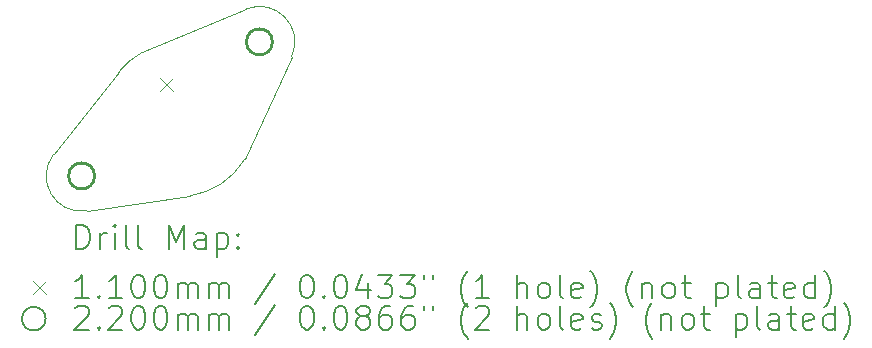
<source format=gbr>
%TF.GenerationSoftware,KiCad,Pcbnew,7.0.5*%
%TF.CreationDate,2023-06-18T14:48:01+02:00*%
%TF.ProjectId,LH_RKJXM1015004_FacePlateTilted,4c485f52-4b4a-4584-9d31-303135303034,rev?*%
%TF.SameCoordinates,Original*%
%TF.FileFunction,Drillmap*%
%TF.FilePolarity,Positive*%
%FSLAX45Y45*%
G04 Gerber Fmt 4.5, Leading zero omitted, Abs format (unit mm)*
G04 Created by KiCad (PCBNEW 7.0.5) date 2023-06-18 14:48:01*
%MOMM*%
%LPD*%
G01*
G04 APERTURE LIST*
%ADD10C,0.100000*%
%ADD11C,0.200000*%
%ADD12C,0.110000*%
%ADD13C,0.220000*%
G04 APERTURE END LIST*
D10*
X5294813Y-6342900D02*
G75*
G03*
X5756987Y-6035007I-94753J643060D01*
G01*
X5767662Y-4762669D02*
X4889923Y-5128602D01*
X4142173Y-5988571D02*
G75*
G03*
X4421070Y-6471635I235167J-186269D01*
G01*
X6155834Y-5164534D02*
G75*
G03*
X5767662Y-4762669I-272735J124964D01*
G01*
X4889923Y-5128600D02*
G75*
G03*
X4690535Y-5296256I310147J-571240D01*
G01*
X6155836Y-5164535D02*
X5756987Y-6035007D01*
X4142172Y-5988570D02*
X4690535Y-5296256D01*
X4421070Y-6471635D02*
X5294813Y-6342897D01*
D11*
D12*
X5045000Y-5345000D02*
X5155000Y-5455000D01*
X5155000Y-5345000D02*
X5045000Y-5455000D01*
D13*
X4487276Y-6175000D02*
G75*
G03*
X4487276Y-6175000I-110000J0D01*
G01*
X5993100Y-5039570D02*
G75*
G03*
X5993100Y-5039570I-110000J0D01*
G01*
D11*
X4333117Y-6791323D02*
X4333117Y-6591323D01*
X4333117Y-6591323D02*
X4380736Y-6591323D01*
X4380736Y-6591323D02*
X4409308Y-6600847D01*
X4409308Y-6600847D02*
X4428355Y-6619895D01*
X4428355Y-6619895D02*
X4437879Y-6638942D01*
X4437879Y-6638942D02*
X4447403Y-6677037D01*
X4447403Y-6677037D02*
X4447403Y-6705609D01*
X4447403Y-6705609D02*
X4437879Y-6743704D01*
X4437879Y-6743704D02*
X4428355Y-6762752D01*
X4428355Y-6762752D02*
X4409308Y-6781799D01*
X4409308Y-6781799D02*
X4380736Y-6791323D01*
X4380736Y-6791323D02*
X4333117Y-6791323D01*
X4533117Y-6791323D02*
X4533117Y-6657990D01*
X4533117Y-6696085D02*
X4542641Y-6677037D01*
X4542641Y-6677037D02*
X4552165Y-6667514D01*
X4552165Y-6667514D02*
X4571213Y-6657990D01*
X4571213Y-6657990D02*
X4590260Y-6657990D01*
X4656927Y-6791323D02*
X4656927Y-6657990D01*
X4656927Y-6591323D02*
X4647403Y-6600847D01*
X4647403Y-6600847D02*
X4656927Y-6610371D01*
X4656927Y-6610371D02*
X4666451Y-6600847D01*
X4666451Y-6600847D02*
X4656927Y-6591323D01*
X4656927Y-6591323D02*
X4656927Y-6610371D01*
X4780736Y-6791323D02*
X4761689Y-6781799D01*
X4761689Y-6781799D02*
X4752165Y-6762752D01*
X4752165Y-6762752D02*
X4752165Y-6591323D01*
X4885498Y-6791323D02*
X4866451Y-6781799D01*
X4866451Y-6781799D02*
X4856927Y-6762752D01*
X4856927Y-6762752D02*
X4856927Y-6591323D01*
X5114070Y-6791323D02*
X5114070Y-6591323D01*
X5114070Y-6591323D02*
X5180736Y-6734180D01*
X5180736Y-6734180D02*
X5247403Y-6591323D01*
X5247403Y-6591323D02*
X5247403Y-6791323D01*
X5428355Y-6791323D02*
X5428355Y-6686561D01*
X5428355Y-6686561D02*
X5418832Y-6667514D01*
X5418832Y-6667514D02*
X5399784Y-6657990D01*
X5399784Y-6657990D02*
X5361689Y-6657990D01*
X5361689Y-6657990D02*
X5342641Y-6667514D01*
X5428355Y-6781799D02*
X5409308Y-6791323D01*
X5409308Y-6791323D02*
X5361689Y-6791323D01*
X5361689Y-6791323D02*
X5342641Y-6781799D01*
X5342641Y-6781799D02*
X5333117Y-6762752D01*
X5333117Y-6762752D02*
X5333117Y-6743704D01*
X5333117Y-6743704D02*
X5342641Y-6724657D01*
X5342641Y-6724657D02*
X5361689Y-6715133D01*
X5361689Y-6715133D02*
X5409308Y-6715133D01*
X5409308Y-6715133D02*
X5428355Y-6705609D01*
X5523594Y-6657990D02*
X5523594Y-6857990D01*
X5523594Y-6667514D02*
X5542641Y-6657990D01*
X5542641Y-6657990D02*
X5580736Y-6657990D01*
X5580736Y-6657990D02*
X5599784Y-6667514D01*
X5599784Y-6667514D02*
X5609308Y-6677037D01*
X5609308Y-6677037D02*
X5618832Y-6696085D01*
X5618832Y-6696085D02*
X5618832Y-6753228D01*
X5618832Y-6753228D02*
X5609308Y-6772276D01*
X5609308Y-6772276D02*
X5599784Y-6781799D01*
X5599784Y-6781799D02*
X5580736Y-6791323D01*
X5580736Y-6791323D02*
X5542641Y-6791323D01*
X5542641Y-6791323D02*
X5523594Y-6781799D01*
X5704546Y-6772276D02*
X5714070Y-6781799D01*
X5714070Y-6781799D02*
X5704546Y-6791323D01*
X5704546Y-6791323D02*
X5695022Y-6781799D01*
X5695022Y-6781799D02*
X5704546Y-6772276D01*
X5704546Y-6772276D02*
X5704546Y-6791323D01*
X5704546Y-6667514D02*
X5714070Y-6677037D01*
X5714070Y-6677037D02*
X5704546Y-6686561D01*
X5704546Y-6686561D02*
X5695022Y-6677037D01*
X5695022Y-6677037D02*
X5704546Y-6667514D01*
X5704546Y-6667514D02*
X5704546Y-6686561D01*
D12*
X3962340Y-7064839D02*
X4072340Y-7174839D01*
X4072340Y-7064839D02*
X3962340Y-7174839D01*
D11*
X4437879Y-7211323D02*
X4323594Y-7211323D01*
X4380736Y-7211323D02*
X4380736Y-7011323D01*
X4380736Y-7011323D02*
X4361689Y-7039895D01*
X4361689Y-7039895D02*
X4342641Y-7058942D01*
X4342641Y-7058942D02*
X4323594Y-7068466D01*
X4523594Y-7192276D02*
X4533117Y-7201799D01*
X4533117Y-7201799D02*
X4523594Y-7211323D01*
X4523594Y-7211323D02*
X4514070Y-7201799D01*
X4514070Y-7201799D02*
X4523594Y-7192276D01*
X4523594Y-7192276D02*
X4523594Y-7211323D01*
X4723594Y-7211323D02*
X4609308Y-7211323D01*
X4666451Y-7211323D02*
X4666451Y-7011323D01*
X4666451Y-7011323D02*
X4647403Y-7039895D01*
X4647403Y-7039895D02*
X4628355Y-7058942D01*
X4628355Y-7058942D02*
X4609308Y-7068466D01*
X4847403Y-7011323D02*
X4866451Y-7011323D01*
X4866451Y-7011323D02*
X4885498Y-7020847D01*
X4885498Y-7020847D02*
X4895022Y-7030371D01*
X4895022Y-7030371D02*
X4904546Y-7049418D01*
X4904546Y-7049418D02*
X4914070Y-7087514D01*
X4914070Y-7087514D02*
X4914070Y-7135133D01*
X4914070Y-7135133D02*
X4904546Y-7173228D01*
X4904546Y-7173228D02*
X4895022Y-7192276D01*
X4895022Y-7192276D02*
X4885498Y-7201799D01*
X4885498Y-7201799D02*
X4866451Y-7211323D01*
X4866451Y-7211323D02*
X4847403Y-7211323D01*
X4847403Y-7211323D02*
X4828355Y-7201799D01*
X4828355Y-7201799D02*
X4818832Y-7192276D01*
X4818832Y-7192276D02*
X4809308Y-7173228D01*
X4809308Y-7173228D02*
X4799784Y-7135133D01*
X4799784Y-7135133D02*
X4799784Y-7087514D01*
X4799784Y-7087514D02*
X4809308Y-7049418D01*
X4809308Y-7049418D02*
X4818832Y-7030371D01*
X4818832Y-7030371D02*
X4828355Y-7020847D01*
X4828355Y-7020847D02*
X4847403Y-7011323D01*
X5037879Y-7011323D02*
X5056927Y-7011323D01*
X5056927Y-7011323D02*
X5075975Y-7020847D01*
X5075975Y-7020847D02*
X5085498Y-7030371D01*
X5085498Y-7030371D02*
X5095022Y-7049418D01*
X5095022Y-7049418D02*
X5104546Y-7087514D01*
X5104546Y-7087514D02*
X5104546Y-7135133D01*
X5104546Y-7135133D02*
X5095022Y-7173228D01*
X5095022Y-7173228D02*
X5085498Y-7192276D01*
X5085498Y-7192276D02*
X5075975Y-7201799D01*
X5075975Y-7201799D02*
X5056927Y-7211323D01*
X5056927Y-7211323D02*
X5037879Y-7211323D01*
X5037879Y-7211323D02*
X5018832Y-7201799D01*
X5018832Y-7201799D02*
X5009308Y-7192276D01*
X5009308Y-7192276D02*
X4999784Y-7173228D01*
X4999784Y-7173228D02*
X4990260Y-7135133D01*
X4990260Y-7135133D02*
X4990260Y-7087514D01*
X4990260Y-7087514D02*
X4999784Y-7049418D01*
X4999784Y-7049418D02*
X5009308Y-7030371D01*
X5009308Y-7030371D02*
X5018832Y-7020847D01*
X5018832Y-7020847D02*
X5037879Y-7011323D01*
X5190260Y-7211323D02*
X5190260Y-7077990D01*
X5190260Y-7097037D02*
X5199784Y-7087514D01*
X5199784Y-7087514D02*
X5218832Y-7077990D01*
X5218832Y-7077990D02*
X5247403Y-7077990D01*
X5247403Y-7077990D02*
X5266451Y-7087514D01*
X5266451Y-7087514D02*
X5275975Y-7106561D01*
X5275975Y-7106561D02*
X5275975Y-7211323D01*
X5275975Y-7106561D02*
X5285498Y-7087514D01*
X5285498Y-7087514D02*
X5304546Y-7077990D01*
X5304546Y-7077990D02*
X5333117Y-7077990D01*
X5333117Y-7077990D02*
X5352165Y-7087514D01*
X5352165Y-7087514D02*
X5361689Y-7106561D01*
X5361689Y-7106561D02*
X5361689Y-7211323D01*
X5456927Y-7211323D02*
X5456927Y-7077990D01*
X5456927Y-7097037D02*
X5466451Y-7087514D01*
X5466451Y-7087514D02*
X5485498Y-7077990D01*
X5485498Y-7077990D02*
X5514070Y-7077990D01*
X5514070Y-7077990D02*
X5533117Y-7087514D01*
X5533117Y-7087514D02*
X5542641Y-7106561D01*
X5542641Y-7106561D02*
X5542641Y-7211323D01*
X5542641Y-7106561D02*
X5552165Y-7087514D01*
X5552165Y-7087514D02*
X5571213Y-7077990D01*
X5571213Y-7077990D02*
X5599784Y-7077990D01*
X5599784Y-7077990D02*
X5618832Y-7087514D01*
X5618832Y-7087514D02*
X5628355Y-7106561D01*
X5628355Y-7106561D02*
X5628355Y-7211323D01*
X6018832Y-7001799D02*
X5847403Y-7258942D01*
X6275975Y-7011323D02*
X6295022Y-7011323D01*
X6295022Y-7011323D02*
X6314070Y-7020847D01*
X6314070Y-7020847D02*
X6323594Y-7030371D01*
X6323594Y-7030371D02*
X6333117Y-7049418D01*
X6333117Y-7049418D02*
X6342641Y-7087514D01*
X6342641Y-7087514D02*
X6342641Y-7135133D01*
X6342641Y-7135133D02*
X6333117Y-7173228D01*
X6333117Y-7173228D02*
X6323594Y-7192276D01*
X6323594Y-7192276D02*
X6314070Y-7201799D01*
X6314070Y-7201799D02*
X6295022Y-7211323D01*
X6295022Y-7211323D02*
X6275975Y-7211323D01*
X6275975Y-7211323D02*
X6256927Y-7201799D01*
X6256927Y-7201799D02*
X6247403Y-7192276D01*
X6247403Y-7192276D02*
X6237879Y-7173228D01*
X6237879Y-7173228D02*
X6228356Y-7135133D01*
X6228356Y-7135133D02*
X6228356Y-7087514D01*
X6228356Y-7087514D02*
X6237879Y-7049418D01*
X6237879Y-7049418D02*
X6247403Y-7030371D01*
X6247403Y-7030371D02*
X6256927Y-7020847D01*
X6256927Y-7020847D02*
X6275975Y-7011323D01*
X6428356Y-7192276D02*
X6437879Y-7201799D01*
X6437879Y-7201799D02*
X6428356Y-7211323D01*
X6428356Y-7211323D02*
X6418832Y-7201799D01*
X6418832Y-7201799D02*
X6428356Y-7192276D01*
X6428356Y-7192276D02*
X6428356Y-7211323D01*
X6561689Y-7011323D02*
X6580737Y-7011323D01*
X6580737Y-7011323D02*
X6599784Y-7020847D01*
X6599784Y-7020847D02*
X6609308Y-7030371D01*
X6609308Y-7030371D02*
X6618832Y-7049418D01*
X6618832Y-7049418D02*
X6628356Y-7087514D01*
X6628356Y-7087514D02*
X6628356Y-7135133D01*
X6628356Y-7135133D02*
X6618832Y-7173228D01*
X6618832Y-7173228D02*
X6609308Y-7192276D01*
X6609308Y-7192276D02*
X6599784Y-7201799D01*
X6599784Y-7201799D02*
X6580737Y-7211323D01*
X6580737Y-7211323D02*
X6561689Y-7211323D01*
X6561689Y-7211323D02*
X6542641Y-7201799D01*
X6542641Y-7201799D02*
X6533117Y-7192276D01*
X6533117Y-7192276D02*
X6523594Y-7173228D01*
X6523594Y-7173228D02*
X6514070Y-7135133D01*
X6514070Y-7135133D02*
X6514070Y-7087514D01*
X6514070Y-7087514D02*
X6523594Y-7049418D01*
X6523594Y-7049418D02*
X6533117Y-7030371D01*
X6533117Y-7030371D02*
X6542641Y-7020847D01*
X6542641Y-7020847D02*
X6561689Y-7011323D01*
X6799784Y-7077990D02*
X6799784Y-7211323D01*
X6752165Y-7001799D02*
X6704546Y-7144657D01*
X6704546Y-7144657D02*
X6828356Y-7144657D01*
X6885498Y-7011323D02*
X7009308Y-7011323D01*
X7009308Y-7011323D02*
X6942641Y-7087514D01*
X6942641Y-7087514D02*
X6971213Y-7087514D01*
X6971213Y-7087514D02*
X6990260Y-7097037D01*
X6990260Y-7097037D02*
X6999784Y-7106561D01*
X6999784Y-7106561D02*
X7009308Y-7125609D01*
X7009308Y-7125609D02*
X7009308Y-7173228D01*
X7009308Y-7173228D02*
X6999784Y-7192276D01*
X6999784Y-7192276D02*
X6990260Y-7201799D01*
X6990260Y-7201799D02*
X6971213Y-7211323D01*
X6971213Y-7211323D02*
X6914070Y-7211323D01*
X6914070Y-7211323D02*
X6895022Y-7201799D01*
X6895022Y-7201799D02*
X6885498Y-7192276D01*
X7075975Y-7011323D02*
X7199784Y-7011323D01*
X7199784Y-7011323D02*
X7133117Y-7087514D01*
X7133117Y-7087514D02*
X7161689Y-7087514D01*
X7161689Y-7087514D02*
X7180737Y-7097037D01*
X7180737Y-7097037D02*
X7190260Y-7106561D01*
X7190260Y-7106561D02*
X7199784Y-7125609D01*
X7199784Y-7125609D02*
X7199784Y-7173228D01*
X7199784Y-7173228D02*
X7190260Y-7192276D01*
X7190260Y-7192276D02*
X7180737Y-7201799D01*
X7180737Y-7201799D02*
X7161689Y-7211323D01*
X7161689Y-7211323D02*
X7104546Y-7211323D01*
X7104546Y-7211323D02*
X7085498Y-7201799D01*
X7085498Y-7201799D02*
X7075975Y-7192276D01*
X7275975Y-7011323D02*
X7275975Y-7049418D01*
X7352165Y-7011323D02*
X7352165Y-7049418D01*
X7647403Y-7287514D02*
X7637879Y-7277990D01*
X7637879Y-7277990D02*
X7618832Y-7249418D01*
X7618832Y-7249418D02*
X7609308Y-7230371D01*
X7609308Y-7230371D02*
X7599784Y-7201799D01*
X7599784Y-7201799D02*
X7590260Y-7154180D01*
X7590260Y-7154180D02*
X7590260Y-7116085D01*
X7590260Y-7116085D02*
X7599784Y-7068466D01*
X7599784Y-7068466D02*
X7609308Y-7039895D01*
X7609308Y-7039895D02*
X7618832Y-7020847D01*
X7618832Y-7020847D02*
X7637879Y-6992276D01*
X7637879Y-6992276D02*
X7647403Y-6982752D01*
X7828356Y-7211323D02*
X7714070Y-7211323D01*
X7771213Y-7211323D02*
X7771213Y-7011323D01*
X7771213Y-7011323D02*
X7752165Y-7039895D01*
X7752165Y-7039895D02*
X7733118Y-7058942D01*
X7733118Y-7058942D02*
X7714070Y-7068466D01*
X8066451Y-7211323D02*
X8066451Y-7011323D01*
X8152165Y-7211323D02*
X8152165Y-7106561D01*
X8152165Y-7106561D02*
X8142641Y-7087514D01*
X8142641Y-7087514D02*
X8123594Y-7077990D01*
X8123594Y-7077990D02*
X8095022Y-7077990D01*
X8095022Y-7077990D02*
X8075975Y-7087514D01*
X8075975Y-7087514D02*
X8066451Y-7097037D01*
X8275975Y-7211323D02*
X8256927Y-7201799D01*
X8256927Y-7201799D02*
X8247403Y-7192276D01*
X8247403Y-7192276D02*
X8237880Y-7173228D01*
X8237880Y-7173228D02*
X8237880Y-7116085D01*
X8237880Y-7116085D02*
X8247403Y-7097037D01*
X8247403Y-7097037D02*
X8256927Y-7087514D01*
X8256927Y-7087514D02*
X8275975Y-7077990D01*
X8275975Y-7077990D02*
X8304546Y-7077990D01*
X8304546Y-7077990D02*
X8323594Y-7087514D01*
X8323594Y-7087514D02*
X8333118Y-7097037D01*
X8333118Y-7097037D02*
X8342641Y-7116085D01*
X8342641Y-7116085D02*
X8342641Y-7173228D01*
X8342641Y-7173228D02*
X8333118Y-7192276D01*
X8333118Y-7192276D02*
X8323594Y-7201799D01*
X8323594Y-7201799D02*
X8304546Y-7211323D01*
X8304546Y-7211323D02*
X8275975Y-7211323D01*
X8456927Y-7211323D02*
X8437880Y-7201799D01*
X8437880Y-7201799D02*
X8428356Y-7182752D01*
X8428356Y-7182752D02*
X8428356Y-7011323D01*
X8609308Y-7201799D02*
X8590261Y-7211323D01*
X8590261Y-7211323D02*
X8552165Y-7211323D01*
X8552165Y-7211323D02*
X8533118Y-7201799D01*
X8533118Y-7201799D02*
X8523594Y-7182752D01*
X8523594Y-7182752D02*
X8523594Y-7106561D01*
X8523594Y-7106561D02*
X8533118Y-7087514D01*
X8533118Y-7087514D02*
X8552165Y-7077990D01*
X8552165Y-7077990D02*
X8590261Y-7077990D01*
X8590261Y-7077990D02*
X8609308Y-7087514D01*
X8609308Y-7087514D02*
X8618832Y-7106561D01*
X8618832Y-7106561D02*
X8618832Y-7125609D01*
X8618832Y-7125609D02*
X8523594Y-7144657D01*
X8685499Y-7287514D02*
X8695023Y-7277990D01*
X8695023Y-7277990D02*
X8714070Y-7249418D01*
X8714070Y-7249418D02*
X8723594Y-7230371D01*
X8723594Y-7230371D02*
X8733118Y-7201799D01*
X8733118Y-7201799D02*
X8742642Y-7154180D01*
X8742642Y-7154180D02*
X8742642Y-7116085D01*
X8742642Y-7116085D02*
X8733118Y-7068466D01*
X8733118Y-7068466D02*
X8723594Y-7039895D01*
X8723594Y-7039895D02*
X8714070Y-7020847D01*
X8714070Y-7020847D02*
X8695023Y-6992276D01*
X8695023Y-6992276D02*
X8685499Y-6982752D01*
X9047404Y-7287514D02*
X9037880Y-7277990D01*
X9037880Y-7277990D02*
X9018832Y-7249418D01*
X9018832Y-7249418D02*
X9009308Y-7230371D01*
X9009308Y-7230371D02*
X8999784Y-7201799D01*
X8999784Y-7201799D02*
X8990261Y-7154180D01*
X8990261Y-7154180D02*
X8990261Y-7116085D01*
X8990261Y-7116085D02*
X8999784Y-7068466D01*
X8999784Y-7068466D02*
X9009308Y-7039895D01*
X9009308Y-7039895D02*
X9018832Y-7020847D01*
X9018832Y-7020847D02*
X9037880Y-6992276D01*
X9037880Y-6992276D02*
X9047404Y-6982752D01*
X9123594Y-7077990D02*
X9123594Y-7211323D01*
X9123594Y-7097037D02*
X9133118Y-7087514D01*
X9133118Y-7087514D02*
X9152165Y-7077990D01*
X9152165Y-7077990D02*
X9180737Y-7077990D01*
X9180737Y-7077990D02*
X9199784Y-7087514D01*
X9199784Y-7087514D02*
X9209308Y-7106561D01*
X9209308Y-7106561D02*
X9209308Y-7211323D01*
X9333118Y-7211323D02*
X9314070Y-7201799D01*
X9314070Y-7201799D02*
X9304546Y-7192276D01*
X9304546Y-7192276D02*
X9295023Y-7173228D01*
X9295023Y-7173228D02*
X9295023Y-7116085D01*
X9295023Y-7116085D02*
X9304546Y-7097037D01*
X9304546Y-7097037D02*
X9314070Y-7087514D01*
X9314070Y-7087514D02*
X9333118Y-7077990D01*
X9333118Y-7077990D02*
X9361689Y-7077990D01*
X9361689Y-7077990D02*
X9380737Y-7087514D01*
X9380737Y-7087514D02*
X9390261Y-7097037D01*
X9390261Y-7097037D02*
X9399784Y-7116085D01*
X9399784Y-7116085D02*
X9399784Y-7173228D01*
X9399784Y-7173228D02*
X9390261Y-7192276D01*
X9390261Y-7192276D02*
X9380737Y-7201799D01*
X9380737Y-7201799D02*
X9361689Y-7211323D01*
X9361689Y-7211323D02*
X9333118Y-7211323D01*
X9456927Y-7077990D02*
X9533118Y-7077990D01*
X9485499Y-7011323D02*
X9485499Y-7182752D01*
X9485499Y-7182752D02*
X9495023Y-7201799D01*
X9495023Y-7201799D02*
X9514070Y-7211323D01*
X9514070Y-7211323D02*
X9533118Y-7211323D01*
X9752165Y-7077990D02*
X9752165Y-7277990D01*
X9752165Y-7087514D02*
X9771213Y-7077990D01*
X9771213Y-7077990D02*
X9809308Y-7077990D01*
X9809308Y-7077990D02*
X9828356Y-7087514D01*
X9828356Y-7087514D02*
X9837880Y-7097037D01*
X9837880Y-7097037D02*
X9847404Y-7116085D01*
X9847404Y-7116085D02*
X9847404Y-7173228D01*
X9847404Y-7173228D02*
X9837880Y-7192276D01*
X9837880Y-7192276D02*
X9828356Y-7201799D01*
X9828356Y-7201799D02*
X9809308Y-7211323D01*
X9809308Y-7211323D02*
X9771213Y-7211323D01*
X9771213Y-7211323D02*
X9752165Y-7201799D01*
X9961689Y-7211323D02*
X9942642Y-7201799D01*
X9942642Y-7201799D02*
X9933118Y-7182752D01*
X9933118Y-7182752D02*
X9933118Y-7011323D01*
X10123594Y-7211323D02*
X10123594Y-7106561D01*
X10123594Y-7106561D02*
X10114070Y-7087514D01*
X10114070Y-7087514D02*
X10095023Y-7077990D01*
X10095023Y-7077990D02*
X10056927Y-7077990D01*
X10056927Y-7077990D02*
X10037880Y-7087514D01*
X10123594Y-7201799D02*
X10104546Y-7211323D01*
X10104546Y-7211323D02*
X10056927Y-7211323D01*
X10056927Y-7211323D02*
X10037880Y-7201799D01*
X10037880Y-7201799D02*
X10028356Y-7182752D01*
X10028356Y-7182752D02*
X10028356Y-7163704D01*
X10028356Y-7163704D02*
X10037880Y-7144657D01*
X10037880Y-7144657D02*
X10056927Y-7135133D01*
X10056927Y-7135133D02*
X10104546Y-7135133D01*
X10104546Y-7135133D02*
X10123594Y-7125609D01*
X10190261Y-7077990D02*
X10266451Y-7077990D01*
X10218832Y-7011323D02*
X10218832Y-7182752D01*
X10218832Y-7182752D02*
X10228356Y-7201799D01*
X10228356Y-7201799D02*
X10247404Y-7211323D01*
X10247404Y-7211323D02*
X10266451Y-7211323D01*
X10409308Y-7201799D02*
X10390261Y-7211323D01*
X10390261Y-7211323D02*
X10352165Y-7211323D01*
X10352165Y-7211323D02*
X10333118Y-7201799D01*
X10333118Y-7201799D02*
X10323594Y-7182752D01*
X10323594Y-7182752D02*
X10323594Y-7106561D01*
X10323594Y-7106561D02*
X10333118Y-7087514D01*
X10333118Y-7087514D02*
X10352165Y-7077990D01*
X10352165Y-7077990D02*
X10390261Y-7077990D01*
X10390261Y-7077990D02*
X10409308Y-7087514D01*
X10409308Y-7087514D02*
X10418832Y-7106561D01*
X10418832Y-7106561D02*
X10418832Y-7125609D01*
X10418832Y-7125609D02*
X10323594Y-7144657D01*
X10590261Y-7211323D02*
X10590261Y-7011323D01*
X10590261Y-7201799D02*
X10571213Y-7211323D01*
X10571213Y-7211323D02*
X10533118Y-7211323D01*
X10533118Y-7211323D02*
X10514070Y-7201799D01*
X10514070Y-7201799D02*
X10504546Y-7192276D01*
X10504546Y-7192276D02*
X10495023Y-7173228D01*
X10495023Y-7173228D02*
X10495023Y-7116085D01*
X10495023Y-7116085D02*
X10504546Y-7097037D01*
X10504546Y-7097037D02*
X10514070Y-7087514D01*
X10514070Y-7087514D02*
X10533118Y-7077990D01*
X10533118Y-7077990D02*
X10571213Y-7077990D01*
X10571213Y-7077990D02*
X10590261Y-7087514D01*
X10666451Y-7287514D02*
X10675975Y-7277990D01*
X10675975Y-7277990D02*
X10695023Y-7249418D01*
X10695023Y-7249418D02*
X10704546Y-7230371D01*
X10704546Y-7230371D02*
X10714070Y-7201799D01*
X10714070Y-7201799D02*
X10723594Y-7154180D01*
X10723594Y-7154180D02*
X10723594Y-7116085D01*
X10723594Y-7116085D02*
X10714070Y-7068466D01*
X10714070Y-7068466D02*
X10704546Y-7039895D01*
X10704546Y-7039895D02*
X10695023Y-7020847D01*
X10695023Y-7020847D02*
X10675975Y-6992276D01*
X10675975Y-6992276D02*
X10666451Y-6982752D01*
X4072340Y-7383839D02*
G75*
G03*
X4072340Y-7383839I-100000J0D01*
G01*
X4323594Y-7294371D02*
X4333117Y-7284847D01*
X4333117Y-7284847D02*
X4352165Y-7275323D01*
X4352165Y-7275323D02*
X4399784Y-7275323D01*
X4399784Y-7275323D02*
X4418832Y-7284847D01*
X4418832Y-7284847D02*
X4428355Y-7294371D01*
X4428355Y-7294371D02*
X4437879Y-7313418D01*
X4437879Y-7313418D02*
X4437879Y-7332466D01*
X4437879Y-7332466D02*
X4428355Y-7361037D01*
X4428355Y-7361037D02*
X4314070Y-7475323D01*
X4314070Y-7475323D02*
X4437879Y-7475323D01*
X4523594Y-7456276D02*
X4533117Y-7465799D01*
X4533117Y-7465799D02*
X4523594Y-7475323D01*
X4523594Y-7475323D02*
X4514070Y-7465799D01*
X4514070Y-7465799D02*
X4523594Y-7456276D01*
X4523594Y-7456276D02*
X4523594Y-7475323D01*
X4609308Y-7294371D02*
X4618832Y-7284847D01*
X4618832Y-7284847D02*
X4637879Y-7275323D01*
X4637879Y-7275323D02*
X4685498Y-7275323D01*
X4685498Y-7275323D02*
X4704546Y-7284847D01*
X4704546Y-7284847D02*
X4714070Y-7294371D01*
X4714070Y-7294371D02*
X4723594Y-7313418D01*
X4723594Y-7313418D02*
X4723594Y-7332466D01*
X4723594Y-7332466D02*
X4714070Y-7361037D01*
X4714070Y-7361037D02*
X4599784Y-7475323D01*
X4599784Y-7475323D02*
X4723594Y-7475323D01*
X4847403Y-7275323D02*
X4866451Y-7275323D01*
X4866451Y-7275323D02*
X4885498Y-7284847D01*
X4885498Y-7284847D02*
X4895022Y-7294371D01*
X4895022Y-7294371D02*
X4904546Y-7313418D01*
X4904546Y-7313418D02*
X4914070Y-7351514D01*
X4914070Y-7351514D02*
X4914070Y-7399133D01*
X4914070Y-7399133D02*
X4904546Y-7437228D01*
X4904546Y-7437228D02*
X4895022Y-7456276D01*
X4895022Y-7456276D02*
X4885498Y-7465799D01*
X4885498Y-7465799D02*
X4866451Y-7475323D01*
X4866451Y-7475323D02*
X4847403Y-7475323D01*
X4847403Y-7475323D02*
X4828355Y-7465799D01*
X4828355Y-7465799D02*
X4818832Y-7456276D01*
X4818832Y-7456276D02*
X4809308Y-7437228D01*
X4809308Y-7437228D02*
X4799784Y-7399133D01*
X4799784Y-7399133D02*
X4799784Y-7351514D01*
X4799784Y-7351514D02*
X4809308Y-7313418D01*
X4809308Y-7313418D02*
X4818832Y-7294371D01*
X4818832Y-7294371D02*
X4828355Y-7284847D01*
X4828355Y-7284847D02*
X4847403Y-7275323D01*
X5037879Y-7275323D02*
X5056927Y-7275323D01*
X5056927Y-7275323D02*
X5075975Y-7284847D01*
X5075975Y-7284847D02*
X5085498Y-7294371D01*
X5085498Y-7294371D02*
X5095022Y-7313418D01*
X5095022Y-7313418D02*
X5104546Y-7351514D01*
X5104546Y-7351514D02*
X5104546Y-7399133D01*
X5104546Y-7399133D02*
X5095022Y-7437228D01*
X5095022Y-7437228D02*
X5085498Y-7456276D01*
X5085498Y-7456276D02*
X5075975Y-7465799D01*
X5075975Y-7465799D02*
X5056927Y-7475323D01*
X5056927Y-7475323D02*
X5037879Y-7475323D01*
X5037879Y-7475323D02*
X5018832Y-7465799D01*
X5018832Y-7465799D02*
X5009308Y-7456276D01*
X5009308Y-7456276D02*
X4999784Y-7437228D01*
X4999784Y-7437228D02*
X4990260Y-7399133D01*
X4990260Y-7399133D02*
X4990260Y-7351514D01*
X4990260Y-7351514D02*
X4999784Y-7313418D01*
X4999784Y-7313418D02*
X5009308Y-7294371D01*
X5009308Y-7294371D02*
X5018832Y-7284847D01*
X5018832Y-7284847D02*
X5037879Y-7275323D01*
X5190260Y-7475323D02*
X5190260Y-7341990D01*
X5190260Y-7361037D02*
X5199784Y-7351514D01*
X5199784Y-7351514D02*
X5218832Y-7341990D01*
X5218832Y-7341990D02*
X5247403Y-7341990D01*
X5247403Y-7341990D02*
X5266451Y-7351514D01*
X5266451Y-7351514D02*
X5275975Y-7370561D01*
X5275975Y-7370561D02*
X5275975Y-7475323D01*
X5275975Y-7370561D02*
X5285498Y-7351514D01*
X5285498Y-7351514D02*
X5304546Y-7341990D01*
X5304546Y-7341990D02*
X5333117Y-7341990D01*
X5333117Y-7341990D02*
X5352165Y-7351514D01*
X5352165Y-7351514D02*
X5361689Y-7370561D01*
X5361689Y-7370561D02*
X5361689Y-7475323D01*
X5456927Y-7475323D02*
X5456927Y-7341990D01*
X5456927Y-7361037D02*
X5466451Y-7351514D01*
X5466451Y-7351514D02*
X5485498Y-7341990D01*
X5485498Y-7341990D02*
X5514070Y-7341990D01*
X5514070Y-7341990D02*
X5533117Y-7351514D01*
X5533117Y-7351514D02*
X5542641Y-7370561D01*
X5542641Y-7370561D02*
X5542641Y-7475323D01*
X5542641Y-7370561D02*
X5552165Y-7351514D01*
X5552165Y-7351514D02*
X5571213Y-7341990D01*
X5571213Y-7341990D02*
X5599784Y-7341990D01*
X5599784Y-7341990D02*
X5618832Y-7351514D01*
X5618832Y-7351514D02*
X5628355Y-7370561D01*
X5628355Y-7370561D02*
X5628355Y-7475323D01*
X6018832Y-7265799D02*
X5847403Y-7522942D01*
X6275975Y-7275323D02*
X6295022Y-7275323D01*
X6295022Y-7275323D02*
X6314070Y-7284847D01*
X6314070Y-7284847D02*
X6323594Y-7294371D01*
X6323594Y-7294371D02*
X6333117Y-7313418D01*
X6333117Y-7313418D02*
X6342641Y-7351514D01*
X6342641Y-7351514D02*
X6342641Y-7399133D01*
X6342641Y-7399133D02*
X6333117Y-7437228D01*
X6333117Y-7437228D02*
X6323594Y-7456276D01*
X6323594Y-7456276D02*
X6314070Y-7465799D01*
X6314070Y-7465799D02*
X6295022Y-7475323D01*
X6295022Y-7475323D02*
X6275975Y-7475323D01*
X6275975Y-7475323D02*
X6256927Y-7465799D01*
X6256927Y-7465799D02*
X6247403Y-7456276D01*
X6247403Y-7456276D02*
X6237879Y-7437228D01*
X6237879Y-7437228D02*
X6228356Y-7399133D01*
X6228356Y-7399133D02*
X6228356Y-7351514D01*
X6228356Y-7351514D02*
X6237879Y-7313418D01*
X6237879Y-7313418D02*
X6247403Y-7294371D01*
X6247403Y-7294371D02*
X6256927Y-7284847D01*
X6256927Y-7284847D02*
X6275975Y-7275323D01*
X6428356Y-7456276D02*
X6437879Y-7465799D01*
X6437879Y-7465799D02*
X6428356Y-7475323D01*
X6428356Y-7475323D02*
X6418832Y-7465799D01*
X6418832Y-7465799D02*
X6428356Y-7456276D01*
X6428356Y-7456276D02*
X6428356Y-7475323D01*
X6561689Y-7275323D02*
X6580737Y-7275323D01*
X6580737Y-7275323D02*
X6599784Y-7284847D01*
X6599784Y-7284847D02*
X6609308Y-7294371D01*
X6609308Y-7294371D02*
X6618832Y-7313418D01*
X6618832Y-7313418D02*
X6628356Y-7351514D01*
X6628356Y-7351514D02*
X6628356Y-7399133D01*
X6628356Y-7399133D02*
X6618832Y-7437228D01*
X6618832Y-7437228D02*
X6609308Y-7456276D01*
X6609308Y-7456276D02*
X6599784Y-7465799D01*
X6599784Y-7465799D02*
X6580737Y-7475323D01*
X6580737Y-7475323D02*
X6561689Y-7475323D01*
X6561689Y-7475323D02*
X6542641Y-7465799D01*
X6542641Y-7465799D02*
X6533117Y-7456276D01*
X6533117Y-7456276D02*
X6523594Y-7437228D01*
X6523594Y-7437228D02*
X6514070Y-7399133D01*
X6514070Y-7399133D02*
X6514070Y-7351514D01*
X6514070Y-7351514D02*
X6523594Y-7313418D01*
X6523594Y-7313418D02*
X6533117Y-7294371D01*
X6533117Y-7294371D02*
X6542641Y-7284847D01*
X6542641Y-7284847D02*
X6561689Y-7275323D01*
X6742641Y-7361037D02*
X6723594Y-7351514D01*
X6723594Y-7351514D02*
X6714070Y-7341990D01*
X6714070Y-7341990D02*
X6704546Y-7322942D01*
X6704546Y-7322942D02*
X6704546Y-7313418D01*
X6704546Y-7313418D02*
X6714070Y-7294371D01*
X6714070Y-7294371D02*
X6723594Y-7284847D01*
X6723594Y-7284847D02*
X6742641Y-7275323D01*
X6742641Y-7275323D02*
X6780737Y-7275323D01*
X6780737Y-7275323D02*
X6799784Y-7284847D01*
X6799784Y-7284847D02*
X6809308Y-7294371D01*
X6809308Y-7294371D02*
X6818832Y-7313418D01*
X6818832Y-7313418D02*
X6818832Y-7322942D01*
X6818832Y-7322942D02*
X6809308Y-7341990D01*
X6809308Y-7341990D02*
X6799784Y-7351514D01*
X6799784Y-7351514D02*
X6780737Y-7361037D01*
X6780737Y-7361037D02*
X6742641Y-7361037D01*
X6742641Y-7361037D02*
X6723594Y-7370561D01*
X6723594Y-7370561D02*
X6714070Y-7380085D01*
X6714070Y-7380085D02*
X6704546Y-7399133D01*
X6704546Y-7399133D02*
X6704546Y-7437228D01*
X6704546Y-7437228D02*
X6714070Y-7456276D01*
X6714070Y-7456276D02*
X6723594Y-7465799D01*
X6723594Y-7465799D02*
X6742641Y-7475323D01*
X6742641Y-7475323D02*
X6780737Y-7475323D01*
X6780737Y-7475323D02*
X6799784Y-7465799D01*
X6799784Y-7465799D02*
X6809308Y-7456276D01*
X6809308Y-7456276D02*
X6818832Y-7437228D01*
X6818832Y-7437228D02*
X6818832Y-7399133D01*
X6818832Y-7399133D02*
X6809308Y-7380085D01*
X6809308Y-7380085D02*
X6799784Y-7370561D01*
X6799784Y-7370561D02*
X6780737Y-7361037D01*
X6990260Y-7275323D02*
X6952165Y-7275323D01*
X6952165Y-7275323D02*
X6933117Y-7284847D01*
X6933117Y-7284847D02*
X6923594Y-7294371D01*
X6923594Y-7294371D02*
X6904546Y-7322942D01*
X6904546Y-7322942D02*
X6895022Y-7361037D01*
X6895022Y-7361037D02*
X6895022Y-7437228D01*
X6895022Y-7437228D02*
X6904546Y-7456276D01*
X6904546Y-7456276D02*
X6914070Y-7465799D01*
X6914070Y-7465799D02*
X6933117Y-7475323D01*
X6933117Y-7475323D02*
X6971213Y-7475323D01*
X6971213Y-7475323D02*
X6990260Y-7465799D01*
X6990260Y-7465799D02*
X6999784Y-7456276D01*
X6999784Y-7456276D02*
X7009308Y-7437228D01*
X7009308Y-7437228D02*
X7009308Y-7389609D01*
X7009308Y-7389609D02*
X6999784Y-7370561D01*
X6999784Y-7370561D02*
X6990260Y-7361037D01*
X6990260Y-7361037D02*
X6971213Y-7351514D01*
X6971213Y-7351514D02*
X6933117Y-7351514D01*
X6933117Y-7351514D02*
X6914070Y-7361037D01*
X6914070Y-7361037D02*
X6904546Y-7370561D01*
X6904546Y-7370561D02*
X6895022Y-7389609D01*
X7180737Y-7275323D02*
X7142641Y-7275323D01*
X7142641Y-7275323D02*
X7123594Y-7284847D01*
X7123594Y-7284847D02*
X7114070Y-7294371D01*
X7114070Y-7294371D02*
X7095022Y-7322942D01*
X7095022Y-7322942D02*
X7085498Y-7361037D01*
X7085498Y-7361037D02*
X7085498Y-7437228D01*
X7085498Y-7437228D02*
X7095022Y-7456276D01*
X7095022Y-7456276D02*
X7104546Y-7465799D01*
X7104546Y-7465799D02*
X7123594Y-7475323D01*
X7123594Y-7475323D02*
X7161689Y-7475323D01*
X7161689Y-7475323D02*
X7180737Y-7465799D01*
X7180737Y-7465799D02*
X7190260Y-7456276D01*
X7190260Y-7456276D02*
X7199784Y-7437228D01*
X7199784Y-7437228D02*
X7199784Y-7389609D01*
X7199784Y-7389609D02*
X7190260Y-7370561D01*
X7190260Y-7370561D02*
X7180737Y-7361037D01*
X7180737Y-7361037D02*
X7161689Y-7351514D01*
X7161689Y-7351514D02*
X7123594Y-7351514D01*
X7123594Y-7351514D02*
X7104546Y-7361037D01*
X7104546Y-7361037D02*
X7095022Y-7370561D01*
X7095022Y-7370561D02*
X7085498Y-7389609D01*
X7275975Y-7275323D02*
X7275975Y-7313418D01*
X7352165Y-7275323D02*
X7352165Y-7313418D01*
X7647403Y-7551514D02*
X7637879Y-7541990D01*
X7637879Y-7541990D02*
X7618832Y-7513418D01*
X7618832Y-7513418D02*
X7609308Y-7494371D01*
X7609308Y-7494371D02*
X7599784Y-7465799D01*
X7599784Y-7465799D02*
X7590260Y-7418180D01*
X7590260Y-7418180D02*
X7590260Y-7380085D01*
X7590260Y-7380085D02*
X7599784Y-7332466D01*
X7599784Y-7332466D02*
X7609308Y-7303895D01*
X7609308Y-7303895D02*
X7618832Y-7284847D01*
X7618832Y-7284847D02*
X7637879Y-7256276D01*
X7637879Y-7256276D02*
X7647403Y-7246752D01*
X7714070Y-7294371D02*
X7723594Y-7284847D01*
X7723594Y-7284847D02*
X7742641Y-7275323D01*
X7742641Y-7275323D02*
X7790260Y-7275323D01*
X7790260Y-7275323D02*
X7809308Y-7284847D01*
X7809308Y-7284847D02*
X7818832Y-7294371D01*
X7818832Y-7294371D02*
X7828356Y-7313418D01*
X7828356Y-7313418D02*
X7828356Y-7332466D01*
X7828356Y-7332466D02*
X7818832Y-7361037D01*
X7818832Y-7361037D02*
X7704546Y-7475323D01*
X7704546Y-7475323D02*
X7828356Y-7475323D01*
X8066451Y-7475323D02*
X8066451Y-7275323D01*
X8152165Y-7475323D02*
X8152165Y-7370561D01*
X8152165Y-7370561D02*
X8142641Y-7351514D01*
X8142641Y-7351514D02*
X8123594Y-7341990D01*
X8123594Y-7341990D02*
X8095022Y-7341990D01*
X8095022Y-7341990D02*
X8075975Y-7351514D01*
X8075975Y-7351514D02*
X8066451Y-7361037D01*
X8275975Y-7475323D02*
X8256927Y-7465799D01*
X8256927Y-7465799D02*
X8247403Y-7456276D01*
X8247403Y-7456276D02*
X8237880Y-7437228D01*
X8237880Y-7437228D02*
X8237880Y-7380085D01*
X8237880Y-7380085D02*
X8247403Y-7361037D01*
X8247403Y-7361037D02*
X8256927Y-7351514D01*
X8256927Y-7351514D02*
X8275975Y-7341990D01*
X8275975Y-7341990D02*
X8304546Y-7341990D01*
X8304546Y-7341990D02*
X8323594Y-7351514D01*
X8323594Y-7351514D02*
X8333118Y-7361037D01*
X8333118Y-7361037D02*
X8342641Y-7380085D01*
X8342641Y-7380085D02*
X8342641Y-7437228D01*
X8342641Y-7437228D02*
X8333118Y-7456276D01*
X8333118Y-7456276D02*
X8323594Y-7465799D01*
X8323594Y-7465799D02*
X8304546Y-7475323D01*
X8304546Y-7475323D02*
X8275975Y-7475323D01*
X8456927Y-7475323D02*
X8437880Y-7465799D01*
X8437880Y-7465799D02*
X8428356Y-7446752D01*
X8428356Y-7446752D02*
X8428356Y-7275323D01*
X8609308Y-7465799D02*
X8590261Y-7475323D01*
X8590261Y-7475323D02*
X8552165Y-7475323D01*
X8552165Y-7475323D02*
X8533118Y-7465799D01*
X8533118Y-7465799D02*
X8523594Y-7446752D01*
X8523594Y-7446752D02*
X8523594Y-7370561D01*
X8523594Y-7370561D02*
X8533118Y-7351514D01*
X8533118Y-7351514D02*
X8552165Y-7341990D01*
X8552165Y-7341990D02*
X8590261Y-7341990D01*
X8590261Y-7341990D02*
X8609308Y-7351514D01*
X8609308Y-7351514D02*
X8618832Y-7370561D01*
X8618832Y-7370561D02*
X8618832Y-7389609D01*
X8618832Y-7389609D02*
X8523594Y-7408657D01*
X8695023Y-7465799D02*
X8714070Y-7475323D01*
X8714070Y-7475323D02*
X8752165Y-7475323D01*
X8752165Y-7475323D02*
X8771213Y-7465799D01*
X8771213Y-7465799D02*
X8780737Y-7446752D01*
X8780737Y-7446752D02*
X8780737Y-7437228D01*
X8780737Y-7437228D02*
X8771213Y-7418180D01*
X8771213Y-7418180D02*
X8752165Y-7408657D01*
X8752165Y-7408657D02*
X8723594Y-7408657D01*
X8723594Y-7408657D02*
X8704546Y-7399133D01*
X8704546Y-7399133D02*
X8695023Y-7380085D01*
X8695023Y-7380085D02*
X8695023Y-7370561D01*
X8695023Y-7370561D02*
X8704546Y-7351514D01*
X8704546Y-7351514D02*
X8723594Y-7341990D01*
X8723594Y-7341990D02*
X8752165Y-7341990D01*
X8752165Y-7341990D02*
X8771213Y-7351514D01*
X8847404Y-7551514D02*
X8856927Y-7541990D01*
X8856927Y-7541990D02*
X8875975Y-7513418D01*
X8875975Y-7513418D02*
X8885499Y-7494371D01*
X8885499Y-7494371D02*
X8895023Y-7465799D01*
X8895023Y-7465799D02*
X8904546Y-7418180D01*
X8904546Y-7418180D02*
X8904546Y-7380085D01*
X8904546Y-7380085D02*
X8895023Y-7332466D01*
X8895023Y-7332466D02*
X8885499Y-7303895D01*
X8885499Y-7303895D02*
X8875975Y-7284847D01*
X8875975Y-7284847D02*
X8856927Y-7256276D01*
X8856927Y-7256276D02*
X8847404Y-7246752D01*
X9209308Y-7551514D02*
X9199784Y-7541990D01*
X9199784Y-7541990D02*
X9180737Y-7513418D01*
X9180737Y-7513418D02*
X9171213Y-7494371D01*
X9171213Y-7494371D02*
X9161689Y-7465799D01*
X9161689Y-7465799D02*
X9152165Y-7418180D01*
X9152165Y-7418180D02*
X9152165Y-7380085D01*
X9152165Y-7380085D02*
X9161689Y-7332466D01*
X9161689Y-7332466D02*
X9171213Y-7303895D01*
X9171213Y-7303895D02*
X9180737Y-7284847D01*
X9180737Y-7284847D02*
X9199784Y-7256276D01*
X9199784Y-7256276D02*
X9209308Y-7246752D01*
X9285499Y-7341990D02*
X9285499Y-7475323D01*
X9285499Y-7361037D02*
X9295023Y-7351514D01*
X9295023Y-7351514D02*
X9314070Y-7341990D01*
X9314070Y-7341990D02*
X9342642Y-7341990D01*
X9342642Y-7341990D02*
X9361689Y-7351514D01*
X9361689Y-7351514D02*
X9371213Y-7370561D01*
X9371213Y-7370561D02*
X9371213Y-7475323D01*
X9495023Y-7475323D02*
X9475975Y-7465799D01*
X9475975Y-7465799D02*
X9466451Y-7456276D01*
X9466451Y-7456276D02*
X9456927Y-7437228D01*
X9456927Y-7437228D02*
X9456927Y-7380085D01*
X9456927Y-7380085D02*
X9466451Y-7361037D01*
X9466451Y-7361037D02*
X9475975Y-7351514D01*
X9475975Y-7351514D02*
X9495023Y-7341990D01*
X9495023Y-7341990D02*
X9523594Y-7341990D01*
X9523594Y-7341990D02*
X9542642Y-7351514D01*
X9542642Y-7351514D02*
X9552165Y-7361037D01*
X9552165Y-7361037D02*
X9561689Y-7380085D01*
X9561689Y-7380085D02*
X9561689Y-7437228D01*
X9561689Y-7437228D02*
X9552165Y-7456276D01*
X9552165Y-7456276D02*
X9542642Y-7465799D01*
X9542642Y-7465799D02*
X9523594Y-7475323D01*
X9523594Y-7475323D02*
X9495023Y-7475323D01*
X9618832Y-7341990D02*
X9695023Y-7341990D01*
X9647404Y-7275323D02*
X9647404Y-7446752D01*
X9647404Y-7446752D02*
X9656927Y-7465799D01*
X9656927Y-7465799D02*
X9675975Y-7475323D01*
X9675975Y-7475323D02*
X9695023Y-7475323D01*
X9914070Y-7341990D02*
X9914070Y-7541990D01*
X9914070Y-7351514D02*
X9933118Y-7341990D01*
X9933118Y-7341990D02*
X9971213Y-7341990D01*
X9971213Y-7341990D02*
X9990261Y-7351514D01*
X9990261Y-7351514D02*
X9999785Y-7361037D01*
X9999785Y-7361037D02*
X10009308Y-7380085D01*
X10009308Y-7380085D02*
X10009308Y-7437228D01*
X10009308Y-7437228D02*
X9999785Y-7456276D01*
X9999785Y-7456276D02*
X9990261Y-7465799D01*
X9990261Y-7465799D02*
X9971213Y-7475323D01*
X9971213Y-7475323D02*
X9933118Y-7475323D01*
X9933118Y-7475323D02*
X9914070Y-7465799D01*
X10123594Y-7475323D02*
X10104546Y-7465799D01*
X10104546Y-7465799D02*
X10095023Y-7446752D01*
X10095023Y-7446752D02*
X10095023Y-7275323D01*
X10285499Y-7475323D02*
X10285499Y-7370561D01*
X10285499Y-7370561D02*
X10275975Y-7351514D01*
X10275975Y-7351514D02*
X10256927Y-7341990D01*
X10256927Y-7341990D02*
X10218832Y-7341990D01*
X10218832Y-7341990D02*
X10199785Y-7351514D01*
X10285499Y-7465799D02*
X10266451Y-7475323D01*
X10266451Y-7475323D02*
X10218832Y-7475323D01*
X10218832Y-7475323D02*
X10199785Y-7465799D01*
X10199785Y-7465799D02*
X10190261Y-7446752D01*
X10190261Y-7446752D02*
X10190261Y-7427704D01*
X10190261Y-7427704D02*
X10199785Y-7408657D01*
X10199785Y-7408657D02*
X10218832Y-7399133D01*
X10218832Y-7399133D02*
X10266451Y-7399133D01*
X10266451Y-7399133D02*
X10285499Y-7389609D01*
X10352166Y-7341990D02*
X10428356Y-7341990D01*
X10380737Y-7275323D02*
X10380737Y-7446752D01*
X10380737Y-7446752D02*
X10390261Y-7465799D01*
X10390261Y-7465799D02*
X10409308Y-7475323D01*
X10409308Y-7475323D02*
X10428356Y-7475323D01*
X10571213Y-7465799D02*
X10552166Y-7475323D01*
X10552166Y-7475323D02*
X10514070Y-7475323D01*
X10514070Y-7475323D02*
X10495023Y-7465799D01*
X10495023Y-7465799D02*
X10485499Y-7446752D01*
X10485499Y-7446752D02*
X10485499Y-7370561D01*
X10485499Y-7370561D02*
X10495023Y-7351514D01*
X10495023Y-7351514D02*
X10514070Y-7341990D01*
X10514070Y-7341990D02*
X10552166Y-7341990D01*
X10552166Y-7341990D02*
X10571213Y-7351514D01*
X10571213Y-7351514D02*
X10580737Y-7370561D01*
X10580737Y-7370561D02*
X10580737Y-7389609D01*
X10580737Y-7389609D02*
X10485499Y-7408657D01*
X10752166Y-7475323D02*
X10752166Y-7275323D01*
X10752166Y-7465799D02*
X10733118Y-7475323D01*
X10733118Y-7475323D02*
X10695023Y-7475323D01*
X10695023Y-7475323D02*
X10675975Y-7465799D01*
X10675975Y-7465799D02*
X10666451Y-7456276D01*
X10666451Y-7456276D02*
X10656927Y-7437228D01*
X10656927Y-7437228D02*
X10656927Y-7380085D01*
X10656927Y-7380085D02*
X10666451Y-7361037D01*
X10666451Y-7361037D02*
X10675975Y-7351514D01*
X10675975Y-7351514D02*
X10695023Y-7341990D01*
X10695023Y-7341990D02*
X10733118Y-7341990D01*
X10733118Y-7341990D02*
X10752166Y-7351514D01*
X10828356Y-7551514D02*
X10837880Y-7541990D01*
X10837880Y-7541990D02*
X10856927Y-7513418D01*
X10856927Y-7513418D02*
X10866451Y-7494371D01*
X10866451Y-7494371D02*
X10875975Y-7465799D01*
X10875975Y-7465799D02*
X10885499Y-7418180D01*
X10885499Y-7418180D02*
X10885499Y-7380085D01*
X10885499Y-7380085D02*
X10875975Y-7332466D01*
X10875975Y-7332466D02*
X10866451Y-7303895D01*
X10866451Y-7303895D02*
X10856927Y-7284847D01*
X10856927Y-7284847D02*
X10837880Y-7256276D01*
X10837880Y-7256276D02*
X10828356Y-7246752D01*
M02*

</source>
